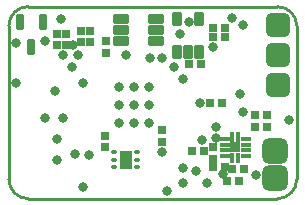
<source format=gbs>
G04*
G04 #@! TF.GenerationSoftware,Altium Limited,Altium Designer,21.3.2 (30)*
G04*
G04 Layer_Color=16711935*
%FSLAX25Y25*%
%MOIN*%
G70*
G04*
G04 #@! TF.SameCoordinates,A34A3340-7ABE-472C-AE94-605A2DEBF9E2*
G04*
G04*
G04 #@! TF.FilePolarity,Negative*
G04*
G01*
G75*
%ADD12C,0.01000*%
%ADD40R,0.03162X0.03162*%
%ADD43R,0.03162X0.03162*%
%ADD47R,0.02769X0.03162*%
%ADD51C,0.03300*%
G04:AMPARAMS|DCode=63|XSize=17.72mil|YSize=11.81mil|CornerRadius=1.95mil|HoleSize=0mil|Usage=FLASHONLY|Rotation=180.000|XOffset=0mil|YOffset=0mil|HoleType=Round|Shape=RoundedRectangle|*
%AMROUNDEDRECTD63*
21,1,0.01772,0.00791,0,0,180.0*
21,1,0.01382,0.01181,0,0,180.0*
1,1,0.00390,-0.00691,0.00396*
1,1,0.00390,0.00691,0.00396*
1,1,0.00390,0.00691,-0.00396*
1,1,0.00390,-0.00691,-0.00396*
%
%ADD63ROUNDEDRECTD63*%
G04:AMPARAMS|DCode=64|XSize=39.37mil|YSize=62.99mil|CornerRadius=1.97mil|HoleSize=0mil|Usage=FLASHONLY|Rotation=180.000|XOffset=0mil|YOffset=0mil|HoleType=Round|Shape=RoundedRectangle|*
%AMROUNDEDRECTD64*
21,1,0.03937,0.05906,0,0,180.0*
21,1,0.03543,0.06299,0,0,180.0*
1,1,0.00394,-0.01772,0.02953*
1,1,0.00394,0.01772,0.02953*
1,1,0.00394,0.01772,-0.02953*
1,1,0.00394,-0.01772,-0.02953*
%
%ADD64ROUNDEDRECTD64*%
G04:AMPARAMS|DCode=65|XSize=51.18mil|YSize=23.62mil|CornerRadius=2.01mil|HoleSize=0mil|Usage=FLASHONLY|Rotation=270.000|XOffset=0mil|YOffset=0mil|HoleType=Round|Shape=RoundedRectangle|*
%AMROUNDEDRECTD65*
21,1,0.05118,0.01961,0,0,270.0*
21,1,0.04717,0.02362,0,0,270.0*
1,1,0.00402,-0.00980,-0.02358*
1,1,0.00402,-0.00980,0.02358*
1,1,0.00402,0.00980,0.02358*
1,1,0.00402,0.00980,-0.02358*
%
%ADD65ROUNDEDRECTD65*%
G04:AMPARAMS|DCode=67|XSize=31.62mil|YSize=47.37mil|CornerRadius=6.01mil|HoleSize=0mil|Usage=FLASHONLY|Rotation=0.000|XOffset=0mil|YOffset=0mil|HoleType=Round|Shape=RoundedRectangle|*
%AMROUNDEDRECTD67*
21,1,0.03162,0.03535,0,0,0.0*
21,1,0.01961,0.04737,0,0,0.0*
1,1,0.01202,0.00980,-0.01768*
1,1,0.01202,-0.00980,-0.01768*
1,1,0.01202,-0.00980,0.01768*
1,1,0.01202,0.00980,0.01768*
%
%ADD67ROUNDEDRECTD67*%
G04:AMPARAMS|DCode=68|XSize=83mil|YSize=83mil|CornerRadius=22.75mil|HoleSize=0mil|Usage=FLASHONLY|Rotation=270.000|XOffset=0mil|YOffset=0mil|HoleType=Round|Shape=RoundedRectangle|*
%AMROUNDEDRECTD68*
21,1,0.08300,0.03750,0,0,270.0*
21,1,0.03750,0.08300,0,0,270.0*
1,1,0.04550,-0.01875,-0.01875*
1,1,0.04550,-0.01875,0.01875*
1,1,0.04550,0.01875,0.01875*
1,1,0.04550,0.01875,-0.01875*
%
%ADD68ROUNDEDRECTD68*%
G04:AMPARAMS|DCode=69|XSize=86.74mil|YSize=86.74mil|CornerRadius=23.68mil|HoleSize=0mil|Usage=FLASHONLY|Rotation=180.000|XOffset=0mil|YOffset=0mil|HoleType=Round|Shape=RoundedRectangle|*
%AMROUNDEDRECTD69*
21,1,0.08674,0.03937,0,0,180.0*
21,1,0.03937,0.08674,0,0,180.0*
1,1,0.04737,-0.01968,0.01968*
1,1,0.04737,0.01968,0.01968*
1,1,0.04737,0.01968,-0.01968*
1,1,0.04737,-0.01968,-0.01968*
%
%ADD69ROUNDEDRECTD69*%
%ADD70R,0.03162X0.02769*%
%ADD71R,0.01784X0.03556*%
%ADD72R,0.03556X0.03556*%
%ADD73R,0.03556X0.01784*%
G04:AMPARAMS|DCode=74|XSize=33.59mil|YSize=55.24mil|CornerRadius=5.92mil|HoleSize=0mil|Usage=FLASHONLY|Rotation=90.000|XOffset=0mil|YOffset=0mil|HoleType=Round|Shape=RoundedRectangle|*
%AMROUNDEDRECTD74*
21,1,0.03359,0.04341,0,0,90.0*
21,1,0.02175,0.05524,0,0,90.0*
1,1,0.01184,0.02170,0.01088*
1,1,0.01184,0.02170,-0.01088*
1,1,0.01184,-0.02170,-0.01088*
1,1,0.01184,-0.02170,0.01088*
%
%ADD74ROUNDEDRECTD74*%
D12*
X89551D02*
G03*
X96000Y6449I0J6449D01*
G01*
X96005Y57559D02*
G03*
X96000Y57554I0J-5D01*
G01*
X96005Y57559D02*
G03*
X89555Y64008I-6449J0D01*
G01*
X6449Y64000D02*
G03*
X0Y57551I0J-6449D01*
G01*
Y6449D02*
G03*
X6449Y0I6449J0D01*
G01*
X96000Y6449D02*
Y57554D01*
X0Y6449D02*
Y57551D01*
X6449Y0D02*
X89551D01*
X6449Y64000D02*
X89555Y64000D01*
D40*
X82032Y28000D02*
D03*
X85969D02*
D03*
X82000Y24000D02*
D03*
X85937D02*
D03*
X61063Y16000D02*
D03*
X65000D02*
D03*
X68000Y54000D02*
D03*
X71937D02*
D03*
X68000Y57000D02*
D03*
X71937D02*
D03*
X70937Y32000D02*
D03*
X67000D02*
D03*
D43*
X16000Y51063D02*
D03*
Y55000D02*
D03*
X19000Y51063D02*
D03*
Y55000D02*
D03*
X27000Y56000D02*
D03*
Y52063D02*
D03*
X24000D02*
D03*
Y56000D02*
D03*
D47*
X68000Y10500D02*
D03*
X71937D02*
D03*
X78496Y10031D02*
D03*
X74559D02*
D03*
X60000Y45000D02*
D03*
X63937D02*
D03*
X76600Y6000D02*
D03*
X72663D02*
D03*
D51*
X22150Y14980D02*
D03*
X12000Y27000D02*
D03*
X89900Y46000D02*
D03*
X58200Y5100D02*
D03*
X71551Y8260D02*
D03*
X74400Y60100D02*
D03*
X68000Y50700D02*
D03*
X64400Y19700D02*
D03*
X69000Y20100D02*
D03*
X24700Y3900D02*
D03*
X52900Y2500D02*
D03*
X66100Y5100D02*
D03*
X62500Y9300D02*
D03*
X58200Y10300D02*
D03*
X15500Y35800D02*
D03*
X17300Y60000D02*
D03*
X12000Y52700D02*
D03*
X21400Y51100D02*
D03*
X89600Y4300D02*
D03*
X88900Y9000D02*
D03*
X78100Y57900D02*
D03*
X56980Y54850D02*
D03*
X51000Y47000D02*
D03*
X60000Y59000D02*
D03*
X47000Y47000D02*
D03*
X54934Y43850D02*
D03*
X58000Y40000D02*
D03*
X51000Y15514D02*
D03*
X21000Y44000D02*
D03*
X2350Y38609D02*
D03*
X26850Y14606D02*
D03*
X78000Y29000D02*
D03*
X77000Y35000D02*
D03*
X18000Y27000D02*
D03*
X16000Y20000D02*
D03*
Y13000D02*
D03*
X93400Y26100D02*
D03*
X63587Y31980D02*
D03*
X24692Y38692D02*
D03*
X18000Y48000D02*
D03*
X82530Y7869D02*
D03*
X69000Y24000D02*
D03*
X23000Y48000D02*
D03*
X2350Y52000D02*
D03*
X39000Y48000D02*
D03*
X36614Y37213D02*
D03*
X46614D02*
D03*
X41614D02*
D03*
X36614Y31213D02*
D03*
Y25213D02*
D03*
X41614D02*
D03*
X46614D02*
D03*
Y31213D02*
D03*
X41614D02*
D03*
D63*
X42839Y15559D02*
D03*
Y13000D02*
D03*
Y10441D02*
D03*
X35161D02*
D03*
Y13000D02*
D03*
Y15559D02*
D03*
D64*
X39000Y13000D02*
D03*
D65*
X3820Y58800D02*
D03*
X11300D02*
D03*
X7560Y50532D02*
D03*
D67*
X63440Y59727D02*
D03*
X55960D02*
D03*
Y48900D02*
D03*
X59700D02*
D03*
X63440D02*
D03*
D68*
X89900Y58000D02*
D03*
Y48000D02*
D03*
Y38000D02*
D03*
D69*
X88900Y16000D02*
D03*
Y7000D02*
D03*
D70*
X51000Y22937D02*
D03*
Y19000D02*
D03*
X68100Y13263D02*
D03*
Y17200D02*
D03*
X32520Y52520D02*
D03*
Y48583D02*
D03*
X32000Y21000D02*
D03*
Y17063D02*
D03*
D71*
X74559Y20591D02*
D03*
X76528D02*
D03*
Y13504D02*
D03*
X74559D02*
D03*
D72*
X75543Y17047D02*
D03*
D73*
X72000Y20000D02*
D03*
Y18032D02*
D03*
Y16063D02*
D03*
Y14095D02*
D03*
X79087D02*
D03*
Y16063D02*
D03*
Y18032D02*
D03*
Y20000D02*
D03*
D74*
X37386Y60000D02*
D03*
Y56260D02*
D03*
Y52520D02*
D03*
X49000D02*
D03*
Y56260D02*
D03*
Y60000D02*
D03*
M02*

</source>
